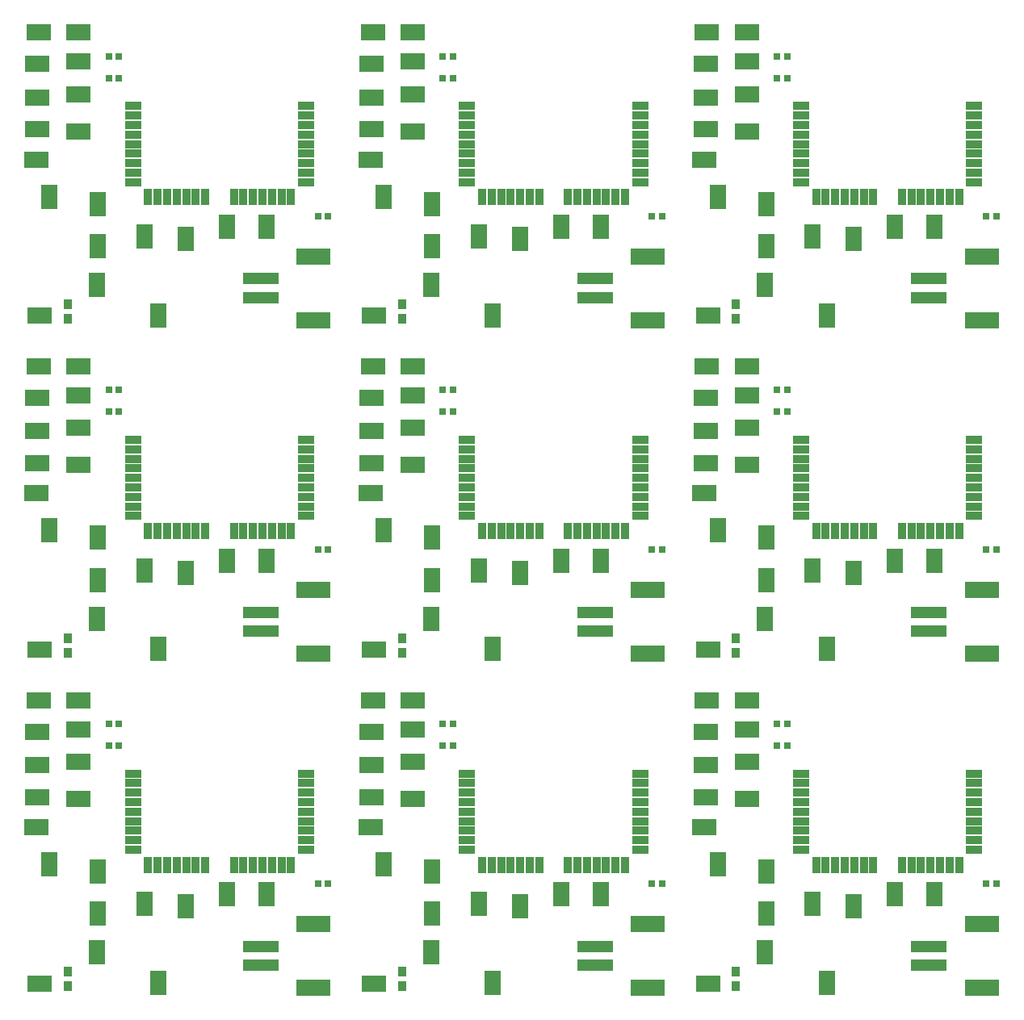
<source format=gbr>
G04 #@! TF.FileFunction,Soldermask,Bot*
%FSLAX46Y46*%
G04 Gerber Fmt 4.6, Leading zero omitted, Abs format (unit mm)*
G04 Created by KiCad (PCBNEW 4.0.2+dfsg1-stable) date Wed 22 Jun 2016 02:24:39 PM EDT*
%MOMM*%
G01*
G04 APERTURE LIST*
%ADD10C,0.100000*%
%ADD11R,2.503200X1.753200*%
%ADD12R,0.903200X1.703200*%
%ADD13R,1.703200X0.957200*%
%ADD14R,1.703200X0.903200*%
%ADD15R,1.753200X2.503200*%
%ADD16R,0.803200X0.703200*%
%ADD17R,3.599180X1.701800*%
%ADD18R,3.700780X1.198880*%
%ADD19R,0.953200X1.003200*%
G04 APERTURE END LIST*
D10*
D11*
X84772000Y-113918500D03*
D12*
X105103000Y-101477000D03*
X102103000Y-101477000D03*
X106103000Y-101477000D03*
X107103000Y-101477000D03*
X108103000Y-101477000D03*
X109103000Y-101477000D03*
X110103000Y-101477000D03*
X111103000Y-101477000D03*
X101103000Y-101477000D03*
X100103000Y-101477000D03*
X99103000Y-101477000D03*
X98103000Y-101477000D03*
X97103000Y-101477000D03*
X96103000Y-101477000D03*
D13*
X112681900Y-99898100D03*
D14*
X94524100Y-99898100D03*
X112681900Y-98898100D03*
X112681900Y-97898100D03*
X112681900Y-96898100D03*
X112681900Y-95898100D03*
X112681900Y-94898100D03*
X112681900Y-93898100D03*
X112681900Y-92898100D03*
X112681900Y-91898100D03*
X94524100Y-98898100D03*
X94524100Y-97898100D03*
X94524100Y-96898100D03*
X94524100Y-95898100D03*
X94524100Y-94898100D03*
X94524100Y-93898100D03*
X94524100Y-92898100D03*
X94524100Y-91898100D03*
D15*
X108521000Y-104584000D03*
X100075500Y-105854000D03*
X95757500Y-105600000D03*
D16*
X91969000Y-88963000D03*
X93069000Y-88963000D03*
X91969000Y-86677000D03*
X93069000Y-86677000D03*
D15*
X104393500Y-104584000D03*
X97218000Y-113855000D03*
X90868000Y-102171000D03*
X90868000Y-106616000D03*
X90741000Y-110680000D03*
D11*
X88836000Y-90677500D03*
X88836000Y-94551000D03*
X84391000Y-97535500D03*
D15*
X85788000Y-101409000D03*
D11*
X88836000Y-87248500D03*
X88836000Y-84200500D03*
X84518000Y-94360500D03*
X84518000Y-90995000D03*
X84518000Y-87502500D03*
X84645000Y-84200500D03*
D16*
X114998000Y-103441000D03*
X113898000Y-103441000D03*
D17*
X113474000Y-107667560D03*
D18*
X107924100Y-110017060D03*
X107924100Y-112013500D03*
D17*
X113474000Y-114363000D03*
D19*
X87693000Y-114224000D03*
X87693000Y-112724000D03*
D11*
X84772000Y-78898500D03*
D12*
X105103000Y-66457000D03*
X102103000Y-66457000D03*
X106103000Y-66457000D03*
X107103000Y-66457000D03*
X108103000Y-66457000D03*
X109103000Y-66457000D03*
X110103000Y-66457000D03*
X111103000Y-66457000D03*
X101103000Y-66457000D03*
X100103000Y-66457000D03*
X99103000Y-66457000D03*
X98103000Y-66457000D03*
X97103000Y-66457000D03*
X96103000Y-66457000D03*
D13*
X112681900Y-64878100D03*
D14*
X94524100Y-64878100D03*
X112681900Y-63878100D03*
X112681900Y-62878100D03*
X112681900Y-61878100D03*
X112681900Y-60878100D03*
X112681900Y-59878100D03*
X112681900Y-58878100D03*
X112681900Y-57878100D03*
X112681900Y-56878100D03*
X94524100Y-63878100D03*
X94524100Y-62878100D03*
X94524100Y-61878100D03*
X94524100Y-60878100D03*
X94524100Y-59878100D03*
X94524100Y-58878100D03*
X94524100Y-57878100D03*
X94524100Y-56878100D03*
D15*
X108521000Y-69564000D03*
X100075500Y-70834000D03*
X95757500Y-70580000D03*
D16*
X91969000Y-53943000D03*
X93069000Y-53943000D03*
X91969000Y-51657000D03*
X93069000Y-51657000D03*
D15*
X104393500Y-69564000D03*
X97218000Y-78835000D03*
X90868000Y-67151000D03*
X90868000Y-71596000D03*
X90741000Y-75660000D03*
D11*
X88836000Y-55657500D03*
X88836000Y-59531000D03*
X84391000Y-62515500D03*
D15*
X85788000Y-66389000D03*
D11*
X88836000Y-52228500D03*
X88836000Y-49180500D03*
X84518000Y-59340500D03*
X84518000Y-55975000D03*
X84518000Y-52482500D03*
X84645000Y-49180500D03*
D16*
X114998000Y-68421000D03*
X113898000Y-68421000D03*
D17*
X113474000Y-72647560D03*
D18*
X107924100Y-74997060D03*
X107924100Y-76993500D03*
D17*
X113474000Y-79343000D03*
D19*
X87693000Y-79204000D03*
X87693000Y-77704000D03*
D11*
X84772000Y-43878500D03*
D12*
X105103000Y-31437000D03*
X102103000Y-31437000D03*
X106103000Y-31437000D03*
X107103000Y-31437000D03*
X108103000Y-31437000D03*
X109103000Y-31437000D03*
X110103000Y-31437000D03*
X111103000Y-31437000D03*
X101103000Y-31437000D03*
X100103000Y-31437000D03*
X99103000Y-31437000D03*
X98103000Y-31437000D03*
X97103000Y-31437000D03*
X96103000Y-31437000D03*
D13*
X112681900Y-29858100D03*
D14*
X94524100Y-29858100D03*
X112681900Y-28858100D03*
X112681900Y-27858100D03*
X112681900Y-26858100D03*
X112681900Y-25858100D03*
X112681900Y-24858100D03*
X112681900Y-23858100D03*
X112681900Y-22858100D03*
X112681900Y-21858100D03*
X94524100Y-28858100D03*
X94524100Y-27858100D03*
X94524100Y-26858100D03*
X94524100Y-25858100D03*
X94524100Y-24858100D03*
X94524100Y-23858100D03*
X94524100Y-22858100D03*
X94524100Y-21858100D03*
D15*
X108521000Y-34544000D03*
X100075500Y-35814000D03*
X95757500Y-35560000D03*
D16*
X91969000Y-18923000D03*
X93069000Y-18923000D03*
X91969000Y-16637000D03*
X93069000Y-16637000D03*
D15*
X104393500Y-34544000D03*
X97218000Y-43815000D03*
X90868000Y-32131000D03*
X90868000Y-36576000D03*
X90741000Y-40640000D03*
D11*
X88836000Y-20637500D03*
X88836000Y-24511000D03*
X84391000Y-27495500D03*
D15*
X85788000Y-31369000D03*
D11*
X88836000Y-17208500D03*
X88836000Y-14160500D03*
X84518000Y-24320500D03*
X84518000Y-20955000D03*
X84518000Y-17462500D03*
X84645000Y-14160500D03*
D16*
X114998000Y-33401000D03*
X113898000Y-33401000D03*
D17*
X113474000Y-37627560D03*
D18*
X107924100Y-39977060D03*
X107924100Y-41973500D03*
D17*
X113474000Y-44323000D03*
D19*
X87693000Y-44184000D03*
X87693000Y-42684000D03*
D11*
X49752000Y-113918500D03*
D12*
X70083000Y-101477000D03*
X67083000Y-101477000D03*
X71083000Y-101477000D03*
X72083000Y-101477000D03*
X73083000Y-101477000D03*
X74083000Y-101477000D03*
X75083000Y-101477000D03*
X76083000Y-101477000D03*
X66083000Y-101477000D03*
X65083000Y-101477000D03*
X64083000Y-101477000D03*
X63083000Y-101477000D03*
X62083000Y-101477000D03*
X61083000Y-101477000D03*
D13*
X77661900Y-99898100D03*
D14*
X59504100Y-99898100D03*
X77661900Y-98898100D03*
X77661900Y-97898100D03*
X77661900Y-96898100D03*
X77661900Y-95898100D03*
X77661900Y-94898100D03*
X77661900Y-93898100D03*
X77661900Y-92898100D03*
X77661900Y-91898100D03*
X59504100Y-98898100D03*
X59504100Y-97898100D03*
X59504100Y-96898100D03*
X59504100Y-95898100D03*
X59504100Y-94898100D03*
X59504100Y-93898100D03*
X59504100Y-92898100D03*
X59504100Y-91898100D03*
D15*
X73501000Y-104584000D03*
X65055500Y-105854000D03*
X60737500Y-105600000D03*
D16*
X56949000Y-88963000D03*
X58049000Y-88963000D03*
X56949000Y-86677000D03*
X58049000Y-86677000D03*
D15*
X69373500Y-104584000D03*
X62198000Y-113855000D03*
X55848000Y-102171000D03*
X55848000Y-106616000D03*
X55721000Y-110680000D03*
D11*
X53816000Y-90677500D03*
X53816000Y-94551000D03*
X49371000Y-97535500D03*
D15*
X50768000Y-101409000D03*
D11*
X53816000Y-87248500D03*
X53816000Y-84200500D03*
X49498000Y-94360500D03*
X49498000Y-90995000D03*
X49498000Y-87502500D03*
X49625000Y-84200500D03*
D16*
X79978000Y-103441000D03*
X78878000Y-103441000D03*
D17*
X78454000Y-107667560D03*
D18*
X72904100Y-110017060D03*
X72904100Y-112013500D03*
D17*
X78454000Y-114363000D03*
D19*
X52673000Y-114224000D03*
X52673000Y-112724000D03*
D11*
X49752000Y-78898500D03*
D12*
X70083000Y-66457000D03*
X67083000Y-66457000D03*
X71083000Y-66457000D03*
X72083000Y-66457000D03*
X73083000Y-66457000D03*
X74083000Y-66457000D03*
X75083000Y-66457000D03*
X76083000Y-66457000D03*
X66083000Y-66457000D03*
X65083000Y-66457000D03*
X64083000Y-66457000D03*
X63083000Y-66457000D03*
X62083000Y-66457000D03*
X61083000Y-66457000D03*
D13*
X77661900Y-64878100D03*
D14*
X59504100Y-64878100D03*
X77661900Y-63878100D03*
X77661900Y-62878100D03*
X77661900Y-61878100D03*
X77661900Y-60878100D03*
X77661900Y-59878100D03*
X77661900Y-58878100D03*
X77661900Y-57878100D03*
X77661900Y-56878100D03*
X59504100Y-63878100D03*
X59504100Y-62878100D03*
X59504100Y-61878100D03*
X59504100Y-60878100D03*
X59504100Y-59878100D03*
X59504100Y-58878100D03*
X59504100Y-57878100D03*
X59504100Y-56878100D03*
D15*
X73501000Y-69564000D03*
X65055500Y-70834000D03*
X60737500Y-70580000D03*
D16*
X56949000Y-53943000D03*
X58049000Y-53943000D03*
X56949000Y-51657000D03*
X58049000Y-51657000D03*
D15*
X69373500Y-69564000D03*
X62198000Y-78835000D03*
X55848000Y-67151000D03*
X55848000Y-71596000D03*
X55721000Y-75660000D03*
D11*
X53816000Y-55657500D03*
X53816000Y-59531000D03*
X49371000Y-62515500D03*
D15*
X50768000Y-66389000D03*
D11*
X53816000Y-52228500D03*
X53816000Y-49180500D03*
X49498000Y-59340500D03*
X49498000Y-55975000D03*
X49498000Y-52482500D03*
X49625000Y-49180500D03*
D16*
X79978000Y-68421000D03*
X78878000Y-68421000D03*
D17*
X78454000Y-72647560D03*
D18*
X72904100Y-74997060D03*
X72904100Y-76993500D03*
D17*
X78454000Y-79343000D03*
D19*
X52673000Y-79204000D03*
X52673000Y-77704000D03*
D11*
X49752000Y-43878500D03*
D12*
X70083000Y-31437000D03*
X67083000Y-31437000D03*
X71083000Y-31437000D03*
X72083000Y-31437000D03*
X73083000Y-31437000D03*
X74083000Y-31437000D03*
X75083000Y-31437000D03*
X76083000Y-31437000D03*
X66083000Y-31437000D03*
X65083000Y-31437000D03*
X64083000Y-31437000D03*
X63083000Y-31437000D03*
X62083000Y-31437000D03*
X61083000Y-31437000D03*
D13*
X77661900Y-29858100D03*
D14*
X59504100Y-29858100D03*
X77661900Y-28858100D03*
X77661900Y-27858100D03*
X77661900Y-26858100D03*
X77661900Y-25858100D03*
X77661900Y-24858100D03*
X77661900Y-23858100D03*
X77661900Y-22858100D03*
X77661900Y-21858100D03*
X59504100Y-28858100D03*
X59504100Y-27858100D03*
X59504100Y-26858100D03*
X59504100Y-25858100D03*
X59504100Y-24858100D03*
X59504100Y-23858100D03*
X59504100Y-22858100D03*
X59504100Y-21858100D03*
D15*
X73501000Y-34544000D03*
X65055500Y-35814000D03*
X60737500Y-35560000D03*
D16*
X56949000Y-18923000D03*
X58049000Y-18923000D03*
X56949000Y-16637000D03*
X58049000Y-16637000D03*
D15*
X69373500Y-34544000D03*
X62198000Y-43815000D03*
X55848000Y-32131000D03*
X55848000Y-36576000D03*
X55721000Y-40640000D03*
D11*
X53816000Y-20637500D03*
X53816000Y-24511000D03*
X49371000Y-27495500D03*
D15*
X50768000Y-31369000D03*
D11*
X53816000Y-17208500D03*
X53816000Y-14160500D03*
X49498000Y-24320500D03*
X49498000Y-20955000D03*
X49498000Y-17462500D03*
X49625000Y-14160500D03*
D16*
X79978000Y-33401000D03*
X78878000Y-33401000D03*
D17*
X78454000Y-37627560D03*
D18*
X72904100Y-39977060D03*
X72904100Y-41973500D03*
D17*
X78454000Y-44323000D03*
D19*
X52673000Y-44184000D03*
X52673000Y-42684000D03*
D11*
X14732000Y-113918500D03*
D12*
X35063000Y-101477000D03*
X32063000Y-101477000D03*
X36063000Y-101477000D03*
X37063000Y-101477000D03*
X38063000Y-101477000D03*
X39063000Y-101477000D03*
X40063000Y-101477000D03*
X41063000Y-101477000D03*
X31063000Y-101477000D03*
X30063000Y-101477000D03*
X29063000Y-101477000D03*
X28063000Y-101477000D03*
X27063000Y-101477000D03*
X26063000Y-101477000D03*
D13*
X42641900Y-99898100D03*
D14*
X24484100Y-99898100D03*
X42641900Y-98898100D03*
X42641900Y-97898100D03*
X42641900Y-96898100D03*
X42641900Y-95898100D03*
X42641900Y-94898100D03*
X42641900Y-93898100D03*
X42641900Y-92898100D03*
X42641900Y-91898100D03*
X24484100Y-98898100D03*
X24484100Y-97898100D03*
X24484100Y-96898100D03*
X24484100Y-95898100D03*
X24484100Y-94898100D03*
X24484100Y-93898100D03*
X24484100Y-92898100D03*
X24484100Y-91898100D03*
D15*
X38481000Y-104584000D03*
X30035500Y-105854000D03*
X25717500Y-105600000D03*
D16*
X21929000Y-88963000D03*
X23029000Y-88963000D03*
X21929000Y-86677000D03*
X23029000Y-86677000D03*
D15*
X34353500Y-104584000D03*
X27178000Y-113855000D03*
X20828000Y-102171000D03*
X20828000Y-106616000D03*
X20701000Y-110680000D03*
D11*
X18796000Y-90677500D03*
X18796000Y-94551000D03*
X14351000Y-97535500D03*
D15*
X15748000Y-101409000D03*
D11*
X18796000Y-87248500D03*
X18796000Y-84200500D03*
X14478000Y-94360500D03*
X14478000Y-90995000D03*
X14478000Y-87502500D03*
X14605000Y-84200500D03*
D16*
X44958000Y-103441000D03*
X43858000Y-103441000D03*
D17*
X43434000Y-107667560D03*
D18*
X37884100Y-110017060D03*
X37884100Y-112013500D03*
D17*
X43434000Y-114363000D03*
D19*
X17653000Y-114224000D03*
X17653000Y-112724000D03*
D11*
X14732000Y-78898500D03*
D12*
X35063000Y-66457000D03*
X32063000Y-66457000D03*
X36063000Y-66457000D03*
X37063000Y-66457000D03*
X38063000Y-66457000D03*
X39063000Y-66457000D03*
X40063000Y-66457000D03*
X41063000Y-66457000D03*
X31063000Y-66457000D03*
X30063000Y-66457000D03*
X29063000Y-66457000D03*
X28063000Y-66457000D03*
X27063000Y-66457000D03*
X26063000Y-66457000D03*
D13*
X42641900Y-64878100D03*
D14*
X24484100Y-64878100D03*
X42641900Y-63878100D03*
X42641900Y-62878100D03*
X42641900Y-61878100D03*
X42641900Y-60878100D03*
X42641900Y-59878100D03*
X42641900Y-58878100D03*
X42641900Y-57878100D03*
X42641900Y-56878100D03*
X24484100Y-63878100D03*
X24484100Y-62878100D03*
X24484100Y-61878100D03*
X24484100Y-60878100D03*
X24484100Y-59878100D03*
X24484100Y-58878100D03*
X24484100Y-57878100D03*
X24484100Y-56878100D03*
D15*
X38481000Y-69564000D03*
X30035500Y-70834000D03*
X25717500Y-70580000D03*
D16*
X21929000Y-53943000D03*
X23029000Y-53943000D03*
X21929000Y-51657000D03*
X23029000Y-51657000D03*
D15*
X34353500Y-69564000D03*
X27178000Y-78835000D03*
X20828000Y-67151000D03*
X20828000Y-71596000D03*
X20701000Y-75660000D03*
D11*
X18796000Y-55657500D03*
X18796000Y-59531000D03*
X14351000Y-62515500D03*
D15*
X15748000Y-66389000D03*
D11*
X18796000Y-52228500D03*
X18796000Y-49180500D03*
X14478000Y-59340500D03*
X14478000Y-55975000D03*
X14478000Y-52482500D03*
X14605000Y-49180500D03*
D16*
X44958000Y-68421000D03*
X43858000Y-68421000D03*
D17*
X43434000Y-72647560D03*
D18*
X37884100Y-74997060D03*
X37884100Y-76993500D03*
D17*
X43434000Y-79343000D03*
D19*
X17653000Y-79204000D03*
X17653000Y-77704000D03*
X17653000Y-44184000D03*
X17653000Y-42684000D03*
D17*
X43434000Y-37627560D03*
D18*
X37884100Y-39977060D03*
X37884100Y-41973500D03*
D17*
X43434000Y-44323000D03*
D16*
X44958000Y-33401000D03*
X43858000Y-33401000D03*
D11*
X14605000Y-14160500D03*
X14478000Y-17462500D03*
X14478000Y-20955000D03*
X14478000Y-24320500D03*
X18796000Y-14160500D03*
X18796000Y-17208500D03*
D15*
X15748000Y-31369000D03*
D11*
X14351000Y-27495500D03*
X18796000Y-24511000D03*
X18796000Y-20637500D03*
D15*
X20701000Y-40640000D03*
X20828000Y-36576000D03*
X20828000Y-32131000D03*
X27178000Y-43815000D03*
X34353500Y-34544000D03*
D16*
X21929000Y-16637000D03*
X23029000Y-16637000D03*
X21929000Y-18923000D03*
X23029000Y-18923000D03*
D15*
X25717500Y-35560000D03*
X30035500Y-35814000D03*
X38481000Y-34544000D03*
D12*
X35063000Y-31437000D03*
X32063000Y-31437000D03*
X36063000Y-31437000D03*
X37063000Y-31437000D03*
X38063000Y-31437000D03*
X39063000Y-31437000D03*
X40063000Y-31437000D03*
X41063000Y-31437000D03*
X31063000Y-31437000D03*
X30063000Y-31437000D03*
X29063000Y-31437000D03*
X28063000Y-31437000D03*
X27063000Y-31437000D03*
X26063000Y-31437000D03*
D13*
X42641900Y-29858100D03*
D14*
X24484100Y-29858100D03*
X42641900Y-28858100D03*
X42641900Y-27858100D03*
X42641900Y-26858100D03*
X42641900Y-25858100D03*
X42641900Y-24858100D03*
X42641900Y-23858100D03*
X42641900Y-22858100D03*
X42641900Y-21858100D03*
X24484100Y-28858100D03*
X24484100Y-27858100D03*
X24484100Y-26858100D03*
X24484100Y-25858100D03*
X24484100Y-24858100D03*
X24484100Y-23858100D03*
X24484100Y-22858100D03*
X24484100Y-21858100D03*
D11*
X14732000Y-43878500D03*
M02*

</source>
